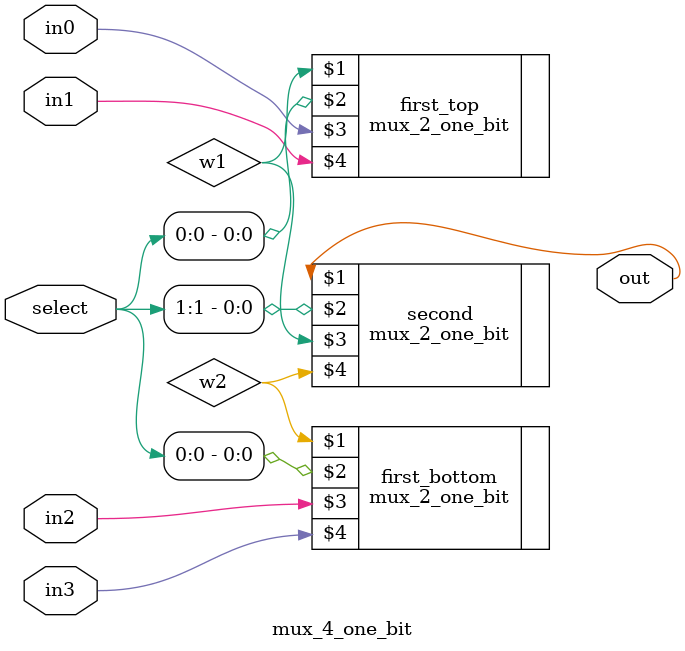
<source format=v>
module mux_4_one_bit(out, select, in0, in1, in2, in3);
    input [1:0] select;
    input in0, in1, in2, in3;

    output out;

    wire w1, w2;

    mux_2_one_bit first_top(w1, select[0], in0, in1);
    mux_2_one_bit first_bottom(w2, select[0], in2, in3);
    mux_2_one_bit second(out, select[1], w1, w2);

endmodule
</source>
